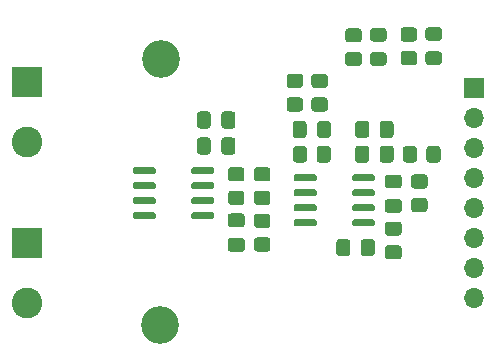
<source format=gts>
G04 #@! TF.GenerationSoftware,KiCad,Pcbnew,(6.0.6)*
G04 #@! TF.CreationDate,2023-11-23T12:30:35+01:00*
G04 #@! TF.ProjectId,current-sensor-acs712,63757272-656e-4742-9d73-656e736f722d,rev?*
G04 #@! TF.SameCoordinates,Original*
G04 #@! TF.FileFunction,Soldermask,Top*
G04 #@! TF.FilePolarity,Negative*
%FSLAX46Y46*%
G04 Gerber Fmt 4.6, Leading zero omitted, Abs format (unit mm)*
G04 Created by KiCad (PCBNEW (6.0.6)) date 2023-11-23 12:30:35*
%MOMM*%
%LPD*%
G01*
G04 APERTURE LIST*
%ADD10R,2.600000X2.600000*%
%ADD11C,2.600000*%
%ADD12R,1.700000X1.700000*%
%ADD13O,1.700000X1.700000*%
%ADD14C,3.200000*%
G04 APERTURE END LIST*
G36*
G01*
X108650000Y-61800000D02*
X107750000Y-61800000D01*
G75*
G02*
X107500000Y-61550000I0J250000D01*
G01*
X107500000Y-60850000D01*
G75*
G02*
X107750000Y-60600000I250000J0D01*
G01*
X108650000Y-60600000D01*
G75*
G02*
X108900000Y-60850000I0J-250000D01*
G01*
X108900000Y-61550000D01*
G75*
G02*
X108650000Y-61800000I-250000J0D01*
G01*
G37*
G36*
G01*
X108650000Y-59800000D02*
X107750000Y-59800000D01*
G75*
G02*
X107500000Y-59550000I0J250000D01*
G01*
X107500000Y-58850000D01*
G75*
G02*
X107750000Y-58600000I250000J0D01*
G01*
X108650000Y-58600000D01*
G75*
G02*
X108900000Y-58850000I0J-250000D01*
G01*
X108900000Y-59550000D01*
G75*
G02*
X108650000Y-59800000I-250000J0D01*
G01*
G37*
G36*
G01*
X95350000Y-57200000D02*
X94450000Y-57200000D01*
G75*
G02*
X94200000Y-56950000I0J250000D01*
G01*
X94200000Y-56250000D01*
G75*
G02*
X94450000Y-56000000I250000J0D01*
G01*
X95350000Y-56000000D01*
G75*
G02*
X95600000Y-56250000I0J-250000D01*
G01*
X95600000Y-56950000D01*
G75*
G02*
X95350000Y-57200000I-250000J0D01*
G01*
G37*
G36*
G01*
X95350000Y-55200000D02*
X94450000Y-55200000D01*
G75*
G02*
X94200000Y-54950000I0J250000D01*
G01*
X94200000Y-54250000D01*
G75*
G02*
X94450000Y-54000000I250000J0D01*
G01*
X95350000Y-54000000D01*
G75*
G02*
X95600000Y-54250000I0J-250000D01*
G01*
X95600000Y-54950000D01*
G75*
G02*
X95350000Y-55200000I-250000J0D01*
G01*
G37*
G36*
G01*
X106625000Y-60325000D02*
X106625000Y-61275000D01*
G75*
G02*
X106375000Y-61525000I-250000J0D01*
G01*
X105700000Y-61525000D01*
G75*
G02*
X105450000Y-61275000I0J250000D01*
G01*
X105450000Y-60325000D01*
G75*
G02*
X105700000Y-60075000I250000J0D01*
G01*
X106375000Y-60075000D01*
G75*
G02*
X106625000Y-60325000I0J-250000D01*
G01*
G37*
G36*
G01*
X104550000Y-60325000D02*
X104550000Y-61275000D01*
G75*
G02*
X104300000Y-61525000I-250000J0D01*
G01*
X103625000Y-61525000D01*
G75*
G02*
X103375000Y-61275000I0J250000D01*
G01*
X103375000Y-60325000D01*
G75*
G02*
X103625000Y-60075000I250000J0D01*
G01*
X104300000Y-60075000D01*
G75*
G02*
X104550000Y-60325000I0J-250000D01*
G01*
G37*
D10*
X77200000Y-60400000D03*
D11*
X77200000Y-65480000D03*
G36*
G01*
X86150000Y-54445000D02*
X86150000Y-54145000D01*
G75*
G02*
X86300000Y-53995000I150000J0D01*
G01*
X87950000Y-53995000D01*
G75*
G02*
X88100000Y-54145000I0J-150000D01*
G01*
X88100000Y-54445000D01*
G75*
G02*
X87950000Y-54595000I-150000J0D01*
G01*
X86300000Y-54595000D01*
G75*
G02*
X86150000Y-54445000I0J150000D01*
G01*
G37*
G36*
G01*
X86150000Y-55715000D02*
X86150000Y-55415000D01*
G75*
G02*
X86300000Y-55265000I150000J0D01*
G01*
X87950000Y-55265000D01*
G75*
G02*
X88100000Y-55415000I0J-150000D01*
G01*
X88100000Y-55715000D01*
G75*
G02*
X87950000Y-55865000I-150000J0D01*
G01*
X86300000Y-55865000D01*
G75*
G02*
X86150000Y-55715000I0J150000D01*
G01*
G37*
G36*
G01*
X86150000Y-56985000D02*
X86150000Y-56685000D01*
G75*
G02*
X86300000Y-56535000I150000J0D01*
G01*
X87950000Y-56535000D01*
G75*
G02*
X88100000Y-56685000I0J-150000D01*
G01*
X88100000Y-56985000D01*
G75*
G02*
X87950000Y-57135000I-150000J0D01*
G01*
X86300000Y-57135000D01*
G75*
G02*
X86150000Y-56985000I0J150000D01*
G01*
G37*
G36*
G01*
X86150000Y-58255000D02*
X86150000Y-57955000D01*
G75*
G02*
X86300000Y-57805000I150000J0D01*
G01*
X87950000Y-57805000D01*
G75*
G02*
X88100000Y-57955000I0J-150000D01*
G01*
X88100000Y-58255000D01*
G75*
G02*
X87950000Y-58405000I-150000J0D01*
G01*
X86300000Y-58405000D01*
G75*
G02*
X86150000Y-58255000I0J150000D01*
G01*
G37*
G36*
G01*
X91100000Y-58255000D02*
X91100000Y-57955000D01*
G75*
G02*
X91250000Y-57805000I150000J0D01*
G01*
X92900000Y-57805000D01*
G75*
G02*
X93050000Y-57955000I0J-150000D01*
G01*
X93050000Y-58255000D01*
G75*
G02*
X92900000Y-58405000I-150000J0D01*
G01*
X91250000Y-58405000D01*
G75*
G02*
X91100000Y-58255000I0J150000D01*
G01*
G37*
G36*
G01*
X91100000Y-56985000D02*
X91100000Y-56685000D01*
G75*
G02*
X91250000Y-56535000I150000J0D01*
G01*
X92900000Y-56535000D01*
G75*
G02*
X93050000Y-56685000I0J-150000D01*
G01*
X93050000Y-56985000D01*
G75*
G02*
X92900000Y-57135000I-150000J0D01*
G01*
X91250000Y-57135000D01*
G75*
G02*
X91100000Y-56985000I0J150000D01*
G01*
G37*
G36*
G01*
X91100000Y-55715000D02*
X91100000Y-55415000D01*
G75*
G02*
X91250000Y-55265000I150000J0D01*
G01*
X92900000Y-55265000D01*
G75*
G02*
X93050000Y-55415000I0J-150000D01*
G01*
X93050000Y-55715000D01*
G75*
G02*
X92900000Y-55865000I-150000J0D01*
G01*
X91250000Y-55865000D01*
G75*
G02*
X91100000Y-55715000I0J150000D01*
G01*
G37*
G36*
G01*
X91100000Y-54445000D02*
X91100000Y-54145000D01*
G75*
G02*
X91250000Y-53995000I150000J0D01*
G01*
X92900000Y-53995000D01*
G75*
G02*
X93050000Y-54145000I0J-150000D01*
G01*
X93050000Y-54445000D01*
G75*
G02*
X92900000Y-54595000I-150000J0D01*
G01*
X91250000Y-54595000D01*
G75*
G02*
X91100000Y-54445000I0J150000D01*
G01*
G37*
G36*
G01*
X109960000Y-45360000D02*
X109060000Y-45360000D01*
G75*
G02*
X108810000Y-45110000I0J250000D01*
G01*
X108810000Y-44410000D01*
G75*
G02*
X109060000Y-44160000I250000J0D01*
G01*
X109960000Y-44160000D01*
G75*
G02*
X110210000Y-44410000I0J-250000D01*
G01*
X110210000Y-45110000D01*
G75*
G02*
X109960000Y-45360000I-250000J0D01*
G01*
G37*
G36*
G01*
X109960000Y-43360000D02*
X109060000Y-43360000D01*
G75*
G02*
X108810000Y-43110000I0J250000D01*
G01*
X108810000Y-42410000D01*
G75*
G02*
X109060000Y-42160000I250000J0D01*
G01*
X109960000Y-42160000D01*
G75*
G02*
X110210000Y-42410000I0J-250000D01*
G01*
X110210000Y-43110000D01*
G75*
G02*
X109960000Y-43360000I-250000J0D01*
G01*
G37*
G36*
G01*
X104975000Y-51275000D02*
X104975000Y-50325000D01*
G75*
G02*
X105225000Y-50075000I250000J0D01*
G01*
X105900000Y-50075000D01*
G75*
G02*
X106150000Y-50325000I0J-250000D01*
G01*
X106150000Y-51275000D01*
G75*
G02*
X105900000Y-51525000I-250000J0D01*
G01*
X105225000Y-51525000D01*
G75*
G02*
X104975000Y-51275000I0J250000D01*
G01*
G37*
G36*
G01*
X107050000Y-51275000D02*
X107050000Y-50325000D01*
G75*
G02*
X107300000Y-50075000I250000J0D01*
G01*
X107975000Y-50075000D01*
G75*
G02*
X108225000Y-50325000I0J-250000D01*
G01*
X108225000Y-51275000D01*
G75*
G02*
X107975000Y-51525000I-250000J0D01*
G01*
X107300000Y-51525000D01*
G75*
G02*
X107050000Y-51275000I0J250000D01*
G01*
G37*
G36*
G01*
X96650000Y-57937500D02*
X97550000Y-57937500D01*
G75*
G02*
X97800000Y-58187500I0J-250000D01*
G01*
X97800000Y-58887500D01*
G75*
G02*
X97550000Y-59137500I-250000J0D01*
G01*
X96650000Y-59137500D01*
G75*
G02*
X96400000Y-58887500I0J250000D01*
G01*
X96400000Y-58187500D01*
G75*
G02*
X96650000Y-57937500I250000J0D01*
G01*
G37*
G36*
G01*
X96650000Y-59937500D02*
X97550000Y-59937500D01*
G75*
G02*
X97800000Y-60187500I0J-250000D01*
G01*
X97800000Y-60887500D01*
G75*
G02*
X97550000Y-61137500I-250000J0D01*
G01*
X96650000Y-61137500D01*
G75*
G02*
X96400000Y-60887500I0J250000D01*
G01*
X96400000Y-60187500D01*
G75*
G02*
X96650000Y-59937500I250000J0D01*
G01*
G37*
G36*
G01*
X96650000Y-54000000D02*
X97550000Y-54000000D01*
G75*
G02*
X97800000Y-54250000I0J-250000D01*
G01*
X97800000Y-54950000D01*
G75*
G02*
X97550000Y-55200000I-250000J0D01*
G01*
X96650000Y-55200000D01*
G75*
G02*
X96400000Y-54950000I0J250000D01*
G01*
X96400000Y-54250000D01*
G75*
G02*
X96650000Y-54000000I250000J0D01*
G01*
G37*
G36*
G01*
X96650000Y-56000000D02*
X97550000Y-56000000D01*
G75*
G02*
X97800000Y-56250000I0J-250000D01*
G01*
X97800000Y-56950000D01*
G75*
G02*
X97550000Y-57200000I-250000J0D01*
G01*
X96650000Y-57200000D01*
G75*
G02*
X96400000Y-56950000I0J250000D01*
G01*
X96400000Y-56250000D01*
G75*
G02*
X96650000Y-56000000I250000J0D01*
G01*
G37*
G36*
G01*
X108675000Y-57862500D02*
X107725000Y-57862500D01*
G75*
G02*
X107475000Y-57612500I0J250000D01*
G01*
X107475000Y-56937500D01*
G75*
G02*
X107725000Y-56687500I250000J0D01*
G01*
X108675000Y-56687500D01*
G75*
G02*
X108925000Y-56937500I0J-250000D01*
G01*
X108925000Y-57612500D01*
G75*
G02*
X108675000Y-57862500I-250000J0D01*
G01*
G37*
G36*
G01*
X108675000Y-55787500D02*
X107725000Y-55787500D01*
G75*
G02*
X107475000Y-55537500I0J250000D01*
G01*
X107475000Y-54862500D01*
G75*
G02*
X107725000Y-54612500I250000J0D01*
G01*
X108675000Y-54612500D01*
G75*
G02*
X108925000Y-54862500I0J-250000D01*
G01*
X108925000Y-55537500D01*
G75*
G02*
X108675000Y-55787500I-250000J0D01*
G01*
G37*
G36*
G01*
X105280000Y-45430000D02*
X104380000Y-45430000D01*
G75*
G02*
X104130000Y-45180000I0J250000D01*
G01*
X104130000Y-44480000D01*
G75*
G02*
X104380000Y-44230000I250000J0D01*
G01*
X105280000Y-44230000D01*
G75*
G02*
X105530000Y-44480000I0J-250000D01*
G01*
X105530000Y-45180000D01*
G75*
G02*
X105280000Y-45430000I-250000J0D01*
G01*
G37*
G36*
G01*
X105280000Y-43430000D02*
X104380000Y-43430000D01*
G75*
G02*
X104130000Y-43180000I0J250000D01*
G01*
X104130000Y-42480000D01*
G75*
G02*
X104380000Y-42230000I250000J0D01*
G01*
X105280000Y-42230000D01*
G75*
G02*
X105530000Y-42480000I0J-250000D01*
G01*
X105530000Y-43180000D01*
G75*
G02*
X105280000Y-43430000I-250000J0D01*
G01*
G37*
D12*
X115040000Y-47280000D03*
D13*
X115040000Y-49820000D03*
X115040000Y-52360000D03*
X115040000Y-54900000D03*
X115040000Y-57440000D03*
X115040000Y-59980000D03*
X115040000Y-62520000D03*
X115040000Y-65060000D03*
D10*
X77200000Y-46760000D03*
D11*
X77200000Y-51840000D03*
G36*
G01*
X110850000Y-57800000D02*
X109950000Y-57800000D01*
G75*
G02*
X109700000Y-57550000I0J250000D01*
G01*
X109700000Y-56850000D01*
G75*
G02*
X109950000Y-56600000I250000J0D01*
G01*
X110850000Y-56600000D01*
G75*
G02*
X111100000Y-56850000I0J-250000D01*
G01*
X111100000Y-57550000D01*
G75*
G02*
X110850000Y-57800000I-250000J0D01*
G01*
G37*
G36*
G01*
X110850000Y-55800000D02*
X109950000Y-55800000D01*
G75*
G02*
X109700000Y-55550000I0J250000D01*
G01*
X109700000Y-54850000D01*
G75*
G02*
X109950000Y-54600000I250000J0D01*
G01*
X110850000Y-54600000D01*
G75*
G02*
X111100000Y-54850000I0J-250000D01*
G01*
X111100000Y-55550000D01*
G75*
G02*
X110850000Y-55800000I-250000J0D01*
G01*
G37*
G36*
G01*
X102925000Y-50325000D02*
X102925000Y-51275000D01*
G75*
G02*
X102675000Y-51525000I-250000J0D01*
G01*
X102000000Y-51525000D01*
G75*
G02*
X101750000Y-51275000I0J250000D01*
G01*
X101750000Y-50325000D01*
G75*
G02*
X102000000Y-50075000I250000J0D01*
G01*
X102675000Y-50075000D01*
G75*
G02*
X102925000Y-50325000I0J-250000D01*
G01*
G37*
G36*
G01*
X100850000Y-50325000D02*
X100850000Y-51275000D01*
G75*
G02*
X100600000Y-51525000I-250000J0D01*
G01*
X99925000Y-51525000D01*
G75*
G02*
X99675000Y-51275000I0J250000D01*
G01*
X99675000Y-50325000D01*
G75*
G02*
X99925000Y-50075000I250000J0D01*
G01*
X100600000Y-50075000D01*
G75*
G02*
X100850000Y-50325000I0J-250000D01*
G01*
G37*
D14*
X88520000Y-44840000D03*
G36*
G01*
X112200000Y-52450000D02*
X112200000Y-53350000D01*
G75*
G02*
X111950000Y-53600000I-250000J0D01*
G01*
X111250000Y-53600000D01*
G75*
G02*
X111000000Y-53350000I0J250000D01*
G01*
X111000000Y-52450000D01*
G75*
G02*
X111250000Y-52200000I250000J0D01*
G01*
X111950000Y-52200000D01*
G75*
G02*
X112200000Y-52450000I0J-250000D01*
G01*
G37*
G36*
G01*
X110200000Y-52450000D02*
X110200000Y-53350000D01*
G75*
G02*
X109950000Y-53600000I-250000J0D01*
G01*
X109250000Y-53600000D01*
G75*
G02*
X109000000Y-53350000I0J250000D01*
G01*
X109000000Y-52450000D01*
G75*
G02*
X109250000Y-52200000I250000J0D01*
G01*
X109950000Y-52200000D01*
G75*
G02*
X110200000Y-52450000I0J-250000D01*
G01*
G37*
G36*
G01*
X101510000Y-46090000D02*
X102410000Y-46090000D01*
G75*
G02*
X102660000Y-46340000I0J-250000D01*
G01*
X102660000Y-47040000D01*
G75*
G02*
X102410000Y-47290000I-250000J0D01*
G01*
X101510000Y-47290000D01*
G75*
G02*
X101260000Y-47040000I0J250000D01*
G01*
X101260000Y-46340000D01*
G75*
G02*
X101510000Y-46090000I250000J0D01*
G01*
G37*
G36*
G01*
X101510000Y-48090000D02*
X102410000Y-48090000D01*
G75*
G02*
X102660000Y-48340000I0J-250000D01*
G01*
X102660000Y-49040000D01*
G75*
G02*
X102410000Y-49290000I-250000J0D01*
G01*
X101510000Y-49290000D01*
G75*
G02*
X101260000Y-49040000I0J250000D01*
G01*
X101260000Y-48340000D01*
G75*
G02*
X101510000Y-48090000I250000J0D01*
G01*
G37*
G36*
G01*
X91575000Y-52675000D02*
X91575000Y-51725000D01*
G75*
G02*
X91825000Y-51475000I250000J0D01*
G01*
X92500000Y-51475000D01*
G75*
G02*
X92750000Y-51725000I0J-250000D01*
G01*
X92750000Y-52675000D01*
G75*
G02*
X92500000Y-52925000I-250000J0D01*
G01*
X91825000Y-52925000D01*
G75*
G02*
X91575000Y-52675000I0J250000D01*
G01*
G37*
G36*
G01*
X93650000Y-52675000D02*
X93650000Y-51725000D01*
G75*
G02*
X93900000Y-51475000I250000J0D01*
G01*
X94575000Y-51475000D01*
G75*
G02*
X94825000Y-51725000I0J-250000D01*
G01*
X94825000Y-52675000D01*
G75*
G02*
X94575000Y-52925000I-250000J0D01*
G01*
X93900000Y-52925000D01*
G75*
G02*
X93650000Y-52675000I0J250000D01*
G01*
G37*
G36*
G01*
X107380000Y-45410000D02*
X106480000Y-45410000D01*
G75*
G02*
X106230000Y-45160000I0J250000D01*
G01*
X106230000Y-44510000D01*
G75*
G02*
X106480000Y-44260000I250000J0D01*
G01*
X107380000Y-44260000D01*
G75*
G02*
X107630000Y-44510000I0J-250000D01*
G01*
X107630000Y-45160000D01*
G75*
G02*
X107380000Y-45410000I-250000J0D01*
G01*
G37*
G36*
G01*
X107380000Y-43360000D02*
X106480000Y-43360000D01*
G75*
G02*
X106230000Y-43110000I0J250000D01*
G01*
X106230000Y-42460000D01*
G75*
G02*
X106480000Y-42210000I250000J0D01*
G01*
X107380000Y-42210000D01*
G75*
G02*
X107630000Y-42460000I0J-250000D01*
G01*
X107630000Y-43110000D01*
G75*
G02*
X107380000Y-43360000I-250000J0D01*
G01*
G37*
G36*
G01*
X94425000Y-57912500D02*
X95375000Y-57912500D01*
G75*
G02*
X95625000Y-58162500I0J-250000D01*
G01*
X95625000Y-58837500D01*
G75*
G02*
X95375000Y-59087500I-250000J0D01*
G01*
X94425000Y-59087500D01*
G75*
G02*
X94175000Y-58837500I0J250000D01*
G01*
X94175000Y-58162500D01*
G75*
G02*
X94425000Y-57912500I250000J0D01*
G01*
G37*
G36*
G01*
X94425000Y-59987500D02*
X95375000Y-59987500D01*
G75*
G02*
X95625000Y-60237500I0J-250000D01*
G01*
X95625000Y-60912500D01*
G75*
G02*
X95375000Y-61162500I-250000J0D01*
G01*
X94425000Y-61162500D01*
G75*
G02*
X94175000Y-60912500I0J250000D01*
G01*
X94175000Y-60237500D01*
G75*
G02*
X94425000Y-59987500I250000J0D01*
G01*
G37*
G36*
G01*
X99750000Y-55045000D02*
X99750000Y-54745000D01*
G75*
G02*
X99900000Y-54595000I150000J0D01*
G01*
X101550000Y-54595000D01*
G75*
G02*
X101700000Y-54745000I0J-150000D01*
G01*
X101700000Y-55045000D01*
G75*
G02*
X101550000Y-55195000I-150000J0D01*
G01*
X99900000Y-55195000D01*
G75*
G02*
X99750000Y-55045000I0J150000D01*
G01*
G37*
G36*
G01*
X99750000Y-56315000D02*
X99750000Y-56015000D01*
G75*
G02*
X99900000Y-55865000I150000J0D01*
G01*
X101550000Y-55865000D01*
G75*
G02*
X101700000Y-56015000I0J-150000D01*
G01*
X101700000Y-56315000D01*
G75*
G02*
X101550000Y-56465000I-150000J0D01*
G01*
X99900000Y-56465000D01*
G75*
G02*
X99750000Y-56315000I0J150000D01*
G01*
G37*
G36*
G01*
X99750000Y-57585000D02*
X99750000Y-57285000D01*
G75*
G02*
X99900000Y-57135000I150000J0D01*
G01*
X101550000Y-57135000D01*
G75*
G02*
X101700000Y-57285000I0J-150000D01*
G01*
X101700000Y-57585000D01*
G75*
G02*
X101550000Y-57735000I-150000J0D01*
G01*
X99900000Y-57735000D01*
G75*
G02*
X99750000Y-57585000I0J150000D01*
G01*
G37*
G36*
G01*
X99750000Y-58855000D02*
X99750000Y-58555000D01*
G75*
G02*
X99900000Y-58405000I150000J0D01*
G01*
X101550000Y-58405000D01*
G75*
G02*
X101700000Y-58555000I0J-150000D01*
G01*
X101700000Y-58855000D01*
G75*
G02*
X101550000Y-59005000I-150000J0D01*
G01*
X99900000Y-59005000D01*
G75*
G02*
X99750000Y-58855000I0J150000D01*
G01*
G37*
G36*
G01*
X104700000Y-58855000D02*
X104700000Y-58555000D01*
G75*
G02*
X104850000Y-58405000I150000J0D01*
G01*
X106500000Y-58405000D01*
G75*
G02*
X106650000Y-58555000I0J-150000D01*
G01*
X106650000Y-58855000D01*
G75*
G02*
X106500000Y-59005000I-150000J0D01*
G01*
X104850000Y-59005000D01*
G75*
G02*
X104700000Y-58855000I0J150000D01*
G01*
G37*
G36*
G01*
X104700000Y-57585000D02*
X104700000Y-57285000D01*
G75*
G02*
X104850000Y-57135000I150000J0D01*
G01*
X106500000Y-57135000D01*
G75*
G02*
X106650000Y-57285000I0J-150000D01*
G01*
X106650000Y-57585000D01*
G75*
G02*
X106500000Y-57735000I-150000J0D01*
G01*
X104850000Y-57735000D01*
G75*
G02*
X104700000Y-57585000I0J150000D01*
G01*
G37*
G36*
G01*
X104700000Y-56315000D02*
X104700000Y-56015000D01*
G75*
G02*
X104850000Y-55865000I150000J0D01*
G01*
X106500000Y-55865000D01*
G75*
G02*
X106650000Y-56015000I0J-150000D01*
G01*
X106650000Y-56315000D01*
G75*
G02*
X106500000Y-56465000I-150000J0D01*
G01*
X104850000Y-56465000D01*
G75*
G02*
X104700000Y-56315000I0J150000D01*
G01*
G37*
G36*
G01*
X104700000Y-55045000D02*
X104700000Y-54745000D01*
G75*
G02*
X104850000Y-54595000I150000J0D01*
G01*
X106500000Y-54595000D01*
G75*
G02*
X106650000Y-54745000I0J-150000D01*
G01*
X106650000Y-55045000D01*
G75*
G02*
X106500000Y-55195000I-150000J0D01*
G01*
X104850000Y-55195000D01*
G75*
G02*
X104700000Y-55045000I0J150000D01*
G01*
G37*
G36*
G01*
X104975000Y-53375000D02*
X104975000Y-52425000D01*
G75*
G02*
X105225000Y-52175000I250000J0D01*
G01*
X105900000Y-52175000D01*
G75*
G02*
X106150000Y-52425000I0J-250000D01*
G01*
X106150000Y-53375000D01*
G75*
G02*
X105900000Y-53625000I-250000J0D01*
G01*
X105225000Y-53625000D01*
G75*
G02*
X104975000Y-53375000I0J250000D01*
G01*
G37*
G36*
G01*
X107050000Y-53375000D02*
X107050000Y-52425000D01*
G75*
G02*
X107300000Y-52175000I250000J0D01*
G01*
X107975000Y-52175000D01*
G75*
G02*
X108225000Y-52425000I0J-250000D01*
G01*
X108225000Y-53375000D01*
G75*
G02*
X107975000Y-53625000I-250000J0D01*
G01*
X107300000Y-53625000D01*
G75*
G02*
X107050000Y-53375000I0J250000D01*
G01*
G37*
X88470000Y-67330000D03*
G36*
G01*
X99700000Y-53350000D02*
X99700000Y-52450000D01*
G75*
G02*
X99950000Y-52200000I250000J0D01*
G01*
X100650000Y-52200000D01*
G75*
G02*
X100900000Y-52450000I0J-250000D01*
G01*
X100900000Y-53350000D01*
G75*
G02*
X100650000Y-53600000I-250000J0D01*
G01*
X99950000Y-53600000D01*
G75*
G02*
X99700000Y-53350000I0J250000D01*
G01*
G37*
G36*
G01*
X101700000Y-53350000D02*
X101700000Y-52450000D01*
G75*
G02*
X101950000Y-52200000I250000J0D01*
G01*
X102650000Y-52200000D01*
G75*
G02*
X102900000Y-52450000I0J-250000D01*
G01*
X102900000Y-53350000D01*
G75*
G02*
X102650000Y-53600000I-250000J0D01*
G01*
X101950000Y-53600000D01*
G75*
G02*
X101700000Y-53350000I0J250000D01*
G01*
G37*
G36*
G01*
X99410000Y-46090000D02*
X100310000Y-46090000D01*
G75*
G02*
X100560000Y-46340000I0J-250000D01*
G01*
X100560000Y-47040000D01*
G75*
G02*
X100310000Y-47290000I-250000J0D01*
G01*
X99410000Y-47290000D01*
G75*
G02*
X99160000Y-47040000I0J250000D01*
G01*
X99160000Y-46340000D01*
G75*
G02*
X99410000Y-46090000I250000J0D01*
G01*
G37*
G36*
G01*
X99410000Y-48090000D02*
X100310000Y-48090000D01*
G75*
G02*
X100560000Y-48340000I0J-250000D01*
G01*
X100560000Y-49040000D01*
G75*
G02*
X100310000Y-49290000I-250000J0D01*
G01*
X99410000Y-49290000D01*
G75*
G02*
X99160000Y-49040000I0J250000D01*
G01*
X99160000Y-48340000D01*
G75*
G02*
X99410000Y-48090000I250000J0D01*
G01*
G37*
G36*
G01*
X91575000Y-50475000D02*
X91575000Y-49525000D01*
G75*
G02*
X91825000Y-49275000I250000J0D01*
G01*
X92500000Y-49275000D01*
G75*
G02*
X92750000Y-49525000I0J-250000D01*
G01*
X92750000Y-50475000D01*
G75*
G02*
X92500000Y-50725000I-250000J0D01*
G01*
X91825000Y-50725000D01*
G75*
G02*
X91575000Y-50475000I0J250000D01*
G01*
G37*
G36*
G01*
X93650000Y-50475000D02*
X93650000Y-49525000D01*
G75*
G02*
X93900000Y-49275000I250000J0D01*
G01*
X94575000Y-49275000D01*
G75*
G02*
X94825000Y-49525000I0J-250000D01*
G01*
X94825000Y-50475000D01*
G75*
G02*
X94575000Y-50725000I-250000J0D01*
G01*
X93900000Y-50725000D01*
G75*
G02*
X93650000Y-50475000I0J250000D01*
G01*
G37*
G36*
G01*
X112070000Y-45340000D02*
X111170000Y-45340000D01*
G75*
G02*
X110920000Y-45090000I0J250000D01*
G01*
X110920000Y-44440000D01*
G75*
G02*
X111170000Y-44190000I250000J0D01*
G01*
X112070000Y-44190000D01*
G75*
G02*
X112320000Y-44440000I0J-250000D01*
G01*
X112320000Y-45090000D01*
G75*
G02*
X112070000Y-45340000I-250000J0D01*
G01*
G37*
G36*
G01*
X112070000Y-43290000D02*
X111170000Y-43290000D01*
G75*
G02*
X110920000Y-43040000I0J250000D01*
G01*
X110920000Y-42390000D01*
G75*
G02*
X111170000Y-42140000I250000J0D01*
G01*
X112070000Y-42140000D01*
G75*
G02*
X112320000Y-42390000I0J-250000D01*
G01*
X112320000Y-43040000D01*
G75*
G02*
X112070000Y-43290000I-250000J0D01*
G01*
G37*
M02*

</source>
